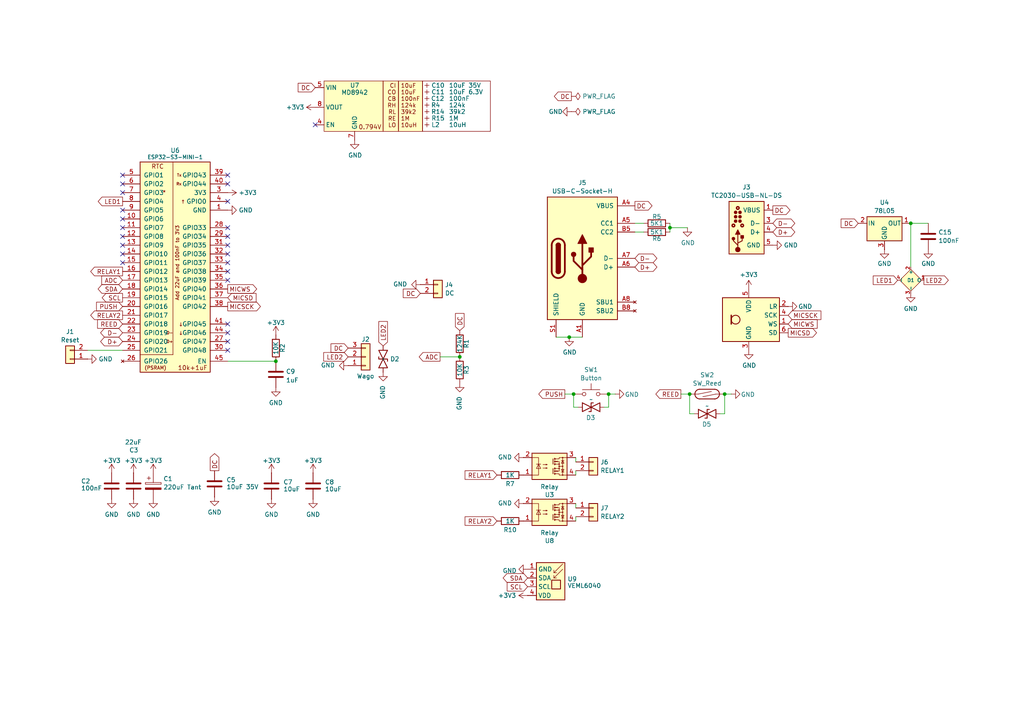
<source format=kicad_sch>
(kicad_sch (version 20231120) (generator "eeschema") (generator_version "8.0")
  (paper "A4")
  (title_block (title "OSC widget") (rev "1") (comment 1 "@TheRealRevK") (comment 2 "www.me.uk"))
  (lib_symbols
    (symbol "Connector_Generic:Conn_01x02" (pin_names (offset 1.016) hide)
      (property "Reference" "J" (at 0 2.54 0))
      (property "Value" "Conn_01x02" (at 0 -5.08 0))
      (symbol "Conn_01x02_1_1"
        (pin passive line (at -5.08 0 0) (length 3.81) (name "Pin_1") (number "1"))
        (pin passive line (at -5.08 -2.54 0) (length 3.81) (name "Pin_2") (number "2"))
      )
    )
    (symbol "Connector_Generic:Conn_01x03" (pin_names (offset 1.016) hide)
      (property "Reference" "J" (at 0 5.08 0))
      (property "Value" "Conn_01x03" (at 0 -5.08 0))
      (symbol "Conn_01x03_1_1"
        (pin passive line (at -5.08 2.54 0) (length 3.81) (name "Pin_1") (number "1"))
        (pin passive line (at -5.08 0 0) (length 3.81) (name "Pin_2") (number "2"))
        (pin passive line (at -5.08 -2.54 0) (length 3.81) (name "Pin_3") (number "3"))
      )
    )
    (symbol "Device:C" (pin_numbers hide) (pin_names (offset 0.254))
      (property "Reference" "C" (at 0.635 2.54 0))
      (property "Value" "C" (at 0.635 -2.54 0))
      (symbol "C_1_1"
        (pin passive line (at 0 3.81 270) (length 2.794) (name "~") (number "1"))
        (pin passive line (at 0 -3.81 90) (length 2.794) (name "~") (number "2"))
      )
    )
    (symbol "Device:C_Polarized" (pin_numbers hide) (pin_names (offset 0.254))
      (property "Reference" "C" (at 0.635 2.54 0))
      (property "Value" "C_Polarized" (at 0.635 -2.54 0))
      (symbol "C_Polarized_1_1"
        (pin passive line (at 0 3.81 270) (length 2.794) (name "~") (number "1"))
        (pin passive line (at 0 -3.81 90) (length 2.794) (name "~") (number "2"))
      )
    )
    (symbol "Device:R" (pin_numbers hide) (pin_names (offset 0))
      (property "Reference" "R" (at 2.032 0 90))
      (property "Value" "R" (at 0 0 90))
      (symbol "R_1_1"
        (pin passive line (at 0 3.81 270) (length 1.27) (name "~") (number "1"))
        (pin passive line (at 0 -3.81 90) (length 1.27) (name "~") (number "2"))
      )
    )
    (symbol "RevK:78L05" (pin_names (offset 0.254))
      (property "Reference" "U" (at -3.81 3.175 0))
      (property "Value" "78L05" (at 0 3.175 0))
      (symbol "78L05_1_1"
        (pin power_out line (at 7.62 0 180) (length 2.54) (name "OUT") (number "1"))
        (pin power_in line (at -7.62 0 0) (length 2.54) (name "IN") (number "2"))
        (pin power_in line (at 0 -7.62 90) (length 2.54) (name "GND") (number "3"))
      )
    )
    (symbol "RevK:ES05D1MC10" (pin_numbers hide)
      (property "Reference" "D" (at 0 2.54 0))
      (symbol "ES05D1MC10_1_1"
        (pin passive line (at 3.81 0 180) (length 1.27) (name "~") (number "1"))
        (pin passive line (at -3.81 0 0) (length 1.27) (name "~") (number "2"))
      )
    )
    (symbol "RevK:ESP32-S3-MINI-1-N4R2" (pin_names (offset 1.016))
      (property "Reference" "U" (at 9.525 28.575 0))
      (property "Value" "ESP32-S3-MINI-1-N4R2" (at 0 31.115 0))
      (symbol "ESP32-S3-MINI-1-N4R2_1_1"
        (text "(PSRAM)" (at -5.715 -29.21 0) (effects (font (size 1 1))))
        (text "*" (at -3.175 21.59 0) (effects (font (size 1.27 1.27))))
        (text "10k+1uF" (at 5.08 -29.21 0) (effects (font (size 1.27 1.27))))
        (text "Add 22uF and 100nF to 3V3" (at 0.635 1.27 900) (effects (font (size 1 1))))
        (text "D+" (at -2.54 -21.59 0) (effects (font (size 0.8 0.8)) (justify left)))
        (text "D-" (at -2.54 -19.05 0) (effects (font (size 0.8 0.8)) (justify left)))
        (text "RTC" (at -5.08 29.21 0) (effects (font (size 1.27 1.27))))
        (text "Rx" (at 1.905 24.13 0) (effects (font (size 0.8 0.8)) (justify right)))
        (text "Tx" (at 1.905 26.67 0) (effects (font (size 0.8 0.8)) (justify right)))
        (text "↑" (at 3.175 19.05 0) (effects (font (size 1.27 1.27)) (justify right)))
        (text "↓" (at 2.54 -19.05 0) (effects (font (size 1.27 1.27)) (justify right)))
        (text "↓" (at 2.54 -16.51 0) (effects (font (size 1.27 1.27)) (justify right)))
        (pin power_in line (at 15.24 16.51 180) (length 5.08) (name "GND") (number "1"))
        (pin passive line (at -15.24 13.97 0) (length 5.08) (name "GPIO6") (number "10"))
        (pin passive line (at -15.24 11.43 0) (length 5.08) (name "GPIO7") (number "11"))
        (pin passive line (at -15.24 8.89 0) (length 5.08) (name "GPIO8") (number "12"))
        (pin passive line (at -15.24 6.35 0) (length 5.08) (name "GPIO9") (number "13"))
        (pin passive line (at -15.24 3.81 0) (length 5.08) (name "GPIO10") (number "14"))
        (pin passive line (at -15.24 1.27 0) (length 5.08) (name "GPIO11") (number "15"))
        (pin passive line (at -15.24 -1.27 0) (length 5.08) (name "GPIO12") (number "16"))
        (pin passive line (at -15.24 -3.81 0) (length 5.08) (name "GPIO13") (number "17"))
        (pin passive line (at -15.24 -6.35 0) (length 5.08) (name "GPIO14") (number "18"))
        (pin passive line (at -15.24 -8.89 0) (length 5.08) (name "GPIO15") (number "19"))
        (pin power_in line (at 15.24 16.51 180) (length 5.08) hide (name "GND") (number "2"))
        (pin passive line (at -15.24 -11.43 0) (length 5.08) (name "GPIO16") (number "20"))
        (pin passive line (at -15.24 -13.97 0) (length 5.08) (name "GPIO17") (number "21"))
        (pin passive line (at -15.24 -16.51 0) (length 5.08) (name "GPIO18") (number "22"))
        (pin passive line (at -15.24 -19.05 0) (length 5.08) (name "GPIO19") (number "23"))
        (pin passive line (at -15.24 -21.59 0) (length 5.08) (name "GPIO20") (number "24"))
        (pin passive line (at -15.24 -24.13 0) (length 5.08) (name "GPIO21") (number "25"))
        (pin no_connect line (at -15.24 -27.305 0) (length 5.08) (name "GPIO26") (number "26"))
        (pin passive line (at 15.24 -21.59 180) (length 5.08) (name "GPIO47") (number "27"))
        (pin passive line (at 15.24 11.43 180) (length 5.08) (name "GPIO33") (number "28"))
        (pin passive line (at 15.24 8.89 180) (length 5.08) (name "GPIO34") (number "29"))
        (pin power_in line (at 15.24 21.59 180) (length 5.08) (name "3V3") (number "3"))
        (pin passive line (at 15.24 -24.13 180) (length 5.08) (name "GPIO48") (number "30"))
        (pin passive line (at 15.24 6.35 180) (length 5.08) (name "GPIO35") (number "31"))
        (pin passive line (at 15.24 3.81 180) (length 5.08) (name "GPIO36") (number "32"))
        (pin passive line (at 15.24 1.27 180) (length 5.08) (name "GPIO37") (number "33"))
        (pin passive line (at 15.24 -1.27 180) (length 5.08) (name "GPIO38") (number "34"))
        (pin passive line (at 15.24 -3.81 180) (length 5.08) (name "GPIO39") (number "35"))
        (pin passive line (at 15.24 -6.35 180) (length 5.08) (name "GPIO40") (number "36"))
        (pin passive line (at 15.24 -8.89 180) (length 5.08) (name "GPIO41") (number "37"))
        (pin passive line (at 15.24 -11.43 180) (length 5.08) (name "GPIO42") (number "38"))
        (pin passive line (at 15.24 26.67 180) (length 5.08) (name "GPIO43") (number "39"))
        (pin passive line (at 15.24 19.05 180) (length 5.08) (name "GPIO0") (number "4"))
        (pin passive line (at 15.24 24.13 180) (length 5.08) (name "GPIO44") (number "40"))
        (pin passive line (at 15.24 -16.51 180) (length 5.08) (name "GPIO45") (number "41"))
        (pin power_in line (at 15.24 16.51 180) (length 5.08) hide (name "GND") (number "42"))
        (pin power_in line (at 15.24 16.51 180) (length 5.08) hide (name "GND") (number "43"))
        (pin passive line (at 15.24 -19.05 180) (length 5.08) (name "GPIO46") (number "44"))
        (pin input line (at 15.24 -27.305 180) (length 5.08) (name "EN") (number "45"))
        (pin power_in line (at 15.24 16.51 180) (length 5.08) hide (name "GND") (number "46"))
        (pin power_in line (at 15.24 16.51 180) (length 5.08) hide (name "GND") (number "47"))
        (pin power_in line (at 15.24 16.51 180) (length 5.08) hide (name "GND") (number "48"))
        (pin power_in line (at 15.24 16.51 180) (length 5.08) hide (name "GND") (number "49"))
        (pin passive line (at -15.24 26.67 0) (length 5.08) (name "GPIO1") (number "5"))
        (pin power_in line (at 15.24 16.51 180) (length 5.08) hide (name "GND") (number "50"))
        (pin power_in line (at 15.24 16.51 180) (length 5.08) hide (name "GND") (number "51"))
        (pin power_in line (at 15.24 16.51 180) (length 5.08) hide (name "GND") (number "52"))
        (pin power_in line (at 15.24 16.51 180) (length 5.08) hide (name "GND") (number "53"))
        (pin power_in line (at 15.24 16.51 180) (length 5.08) hide (name "GND") (number "54"))
        (pin power_in line (at 15.24 16.51 180) (length 5.08) hide (name "GND") (number "55"))
        (pin power_in line (at 15.24 16.51 180) (length 5.08) hide (name "GND") (number "56"))
        (pin power_in line (at 15.24 16.51 180) (length 5.08) hide (name "GND") (number "57"))
        (pin power_in line (at 15.24 16.51 180) (length 5.08) hide (name "GND") (number "58"))
        (pin power_in line (at 15.24 16.51 180) (length 5.08) hide (name "GND") (number "59"))
        (pin passive line (at -15.24 24.13 0) (length 5.08) (name "GPIO2") (number "6"))
        (pin power_in line (at 15.24 16.51 180) (length 5.08) hide (name "GND") (number "60"))
        (pin power_in line (at 15.24 16.51 180) (length 5.08) hide (name "GND") (number "61"))
        (pin power_in line (at 15.24 16.51 180) (length 5.08) hide (name "GND") (number "62"))
        (pin power_in line (at 15.24 16.51 180) (length 5.08) hide (name "GND") (number "63"))
        (pin power_in line (at 15.24 16.51 180) (length 5.08) hide (name "GND") (number "64"))
        (pin power_in line (at 15.24 16.51 180) (length 5.08) hide (name "GND") (number "65"))
        (pin passive line (at -15.24 21.59 0) (length 5.08) (name "GPIO3") (number "7"))
        (pin passive line (at -15.24 19.05 0) (length 5.08) (name "GPIO4") (number "8"))
        (pin passive line (at -15.24 16.51 0) (length 5.08) (name "GPIO5") (number "9"))
      )
    )
    (symbol "RevK:G3VM-41GR8"
      (property "Reference" "U" (at -3.81 5.08 0))
      (property "Value" "G3VM-41GR8" (at -1.27 -5.08 0))
      (symbol "G3VM-41GR8_1_1"
        (pin passive line (at -7.62 2.54 0) (length 2.54) (name "~") (number "1"))
        (pin passive line (at -7.62 -2.54 0) (length 2.54) (name "~") (number "2"))
        (pin passive line (at 7.62 -2.54 180) (length 2.54) (name "~") (number "3"))
        (pin passive line (at 7.62 2.54 180) (length 2.54) (name "~") (number "4"))
      )
    )
    (symbol "RevK:Hidden" (pin_names (offset 1.016)) (in_bom no)
      (property "Reference" "Z" (at 0.635 0 0))
      (property "Value" "Hidden" (at 4.445 0 0))
    )
    (symbol "RevK:ICS43434_MEMS_Mic"
      (symbol "ICS43434_MEMS_Mic_1_1"
        (pin input line (at 11.43 -1.27 180) (length 2.54) (name "WS") (number "1"))
        (pin input line (at 11.43 3.81 180) (length 2.54) (name "LR") (number "2"))
        (pin power_in line (at 0 -8.89 90) (length 2.54) (name "GND") (number "3"))
        (pin input line (at 11.43 1.27 180) (length 2.54) (name "SCK") (number "4"))
        (pin power_in line (at 0 8.89 270) (length 2.54) (name "VDD") (number "5"))
        (pin output line (at 11.43 -3.81 180) (length 2.54) (name "SD") (number "6"))
      )
    )
    (symbol "RevK:MD89420-RegBlock"
      (property "Reference" "U" (at -0.635 4.445 0))
      (property "Value" "MD8942" (at 0 6.35 0))
      (symbol "MD89420-RegBlock_1_1"
        (text "0.794V" (at 4.445 -5.715 0) (effects (font (size 1.27 1.27))))
        (text "10uF\n10uF\n100nF\n124k\n39k2\n1M\n10uH" (at 13.335 6.985 0) (effects (font (size 1.185 1.185)) (justify left top)))
        (text "CI\nCO\nCB\nRH\nRL\nRE\nLO" (at 12.065 6.985 0) (effects (font (size 1.185 1.185)) (justify right top)))
        (pin no_connect line (at 5.715 0 0) (length 2.54) hide (name "") (number "1"))
        (pin power_in line (at 0 -9.525 90) (length 2.54) hide (name "GND") (number "2"))
        (pin no_connect line (at 5.715 1.905 0) (length 2.54) hide (name "") (number "3"))
        (pin input line (at -11.43 -5.08 0) (length 2.54) (name "EN") (number "4"))
        (pin power_in line (at -11.43 5.715 0) (length 2.54) (name "VIN") (number "5"))
        (pin no_connect line (at 5.715 -1.905 0) (length 2.54) hide (name "") (number "6"))
        (pin power_in line (at 0 -9.525 90) (length 2.54) (name "GND") (number "7"))
        (pin power_out line (at -11.43 0 0) (length 2.54) (name "VOUT") (number "8"))
      )
    )
    (symbol "RevK:TC2030-USB-NL" (pin_names (offset 1.016)) (in_bom no)
      (property "Reference" "J" (at 0 10.922 0))
      (property "Value" "TC2030-USB-NL" (at 0 8.89 0))
      (symbol "TC2030-USB-NL_1_1"
        (pin passive line (at 7.62 5.08 180) (length 2.54) (name "VBUS") (number "1"))
        (pin passive line (at 7.62 5.08 180) (length 2.54) hide (name "VBUS") (number "2"))
        (pin bidirectional line (at 7.62 1.27 180) (length 2.54) (name "D-") (number "3"))
        (pin bidirectional line (at 7.62 -1.27 180) (length 2.54) (name "D+") (number "4"))
        (pin passive line (at 7.62 -5.08 180) (length 2.54) (name "GND") (number "5"))
        (pin passive line (at 7.62 -5.08 180) (length 2.54) hide (name "GND") (number "6"))
      )
    )
    (symbol "RevK:USB-C-Socket-H" (pin_names (offset 1.016))
      (property "Reference" "J" (at -10.16 19.05 0))
      (property "Value" "USB-C-Socket-V" (at 0.635 12.7 0))
      (symbol "USB-C-Socket-H_1_1"
        (pin passive line (at 0 -22.86 90) (length 5.08) (name "GND") (number "A1"))
        (pin passive line (at 0 -22.86 90) (length 5.08) hide (name "GND") (number "A12"))
        (pin passive line (at 15.24 15.24 180) (length 5.08) (name "VBUS") (number "A4"))
        (pin bidirectional line (at 15.24 10.16 180) (length 5.08) (name "CC1") (number "A5"))
        (pin bidirectional line (at 15.24 -2.54 180) (length 5.08) (name "D+") (number "A6"))
        (pin bidirectional line (at 15.24 0 180) (length 5.08) (name "D-") (number "A7"))
        (pin no_connect line (at 15.24 -12.7 180) (length 5.08) (name "SBU1") (number "A8"))
        (pin passive line (at 15.24 15.24 180) (length 5.08) hide (name "VBUS") (number "A9"))
        (pin passive line (at 0 -22.86 90) (length 5.08) hide (name "GND") (number "B1"))
        (pin passive line (at 0 -22.86 90) (length 5.08) hide (name "GND") (number "B12"))
        (pin passive line (at 15.24 15.24 180) (length 5.08) hide (name "VBUS") (number "B4"))
        (pin bidirectional line (at 15.24 7.62 180) (length 5.08) (name "CC2") (number "B5"))
        (pin bidirectional line (at 15.24 -2.54 180) (length 5.08) hide (name "D+") (number "B6"))
        (pin bidirectional line (at 15.24 0 180) (length 5.08) hide (name "D-") (number "B7"))
        (pin no_connect line (at 15.24 -15.24 180) (length 5.08) (name "SBU2") (number "B8"))
        (pin passive line (at 15.24 15.24 180) (length 5.08) hide (name "VBUS") (number "B9"))
        (pin passive line (at -7.62 -22.86 90) (length 5.08) (name "SHIELD") (number "S1"))
      )
    )
    (symbol "RevK:VEML6040"
      (property "Reference" "U" (at 0 6.35 0))
      (property "Value" "VEML6040" (at 0 -6.985 0))
      (symbol "VEML6040_1_1"
        (pin power_in line (at -6.985 3.175 0) (length 2.54) (name "GND") (number "1"))
        (pin bidirectional line (at -6.985 0.635 0) (length 2.54) (name "SDA") (number "2"))
        (pin input line (at -6.985 -1.905 0) (length 2.54) (name "SCL") (number "3"))
        (pin power_in line (at -6.985 -4.445 0) (length 2.54) (name "VDD") (number "4"))
      )
    )
    (symbol "RevK:WS2812B-1mm" (pin_names (offset 0.254))
      (property "Reference" "D" (at 0 0 0))
      (symbol "WS2812B-1mm_1_1"
        (pin output line (at 3.81 0 180) (length 0.5) (name "O") (number "1"))
        (pin power_in line (at 0 -3.81 90) (length 0.5) (name "+") (number "2"))
        (pin power_in line (at 0 3.81 270) (length 0.5) (name "-") (number "3"))
        (pin input line (at -3.81 0 0) (length 0.5) (name "I") (number "4"))
      )
    )
    (symbol "Switch:SW_Push" (pin_numbers hide) (pin_names (offset 1.016) hide)
      (property "Reference" "SW" (at 1.27 2.54 0))
      (property "Value" "SW_Push" (at 0 -1.524 0))
      (symbol "SW_Push_0_1"
        (pin passive line (at -5.08 0 0) (length 2.54) (name "1") (number "1"))
        (pin passive line (at 5.08 0 180) (length 2.54) (name "2") (number "2"))
      )
    )
    (symbol "Switch:SW_Reed" (pin_numbers hide) (pin_names (offset 0) hide)
      (property "Reference" "SW" (at 0 2.54 0))
      (property "Value" "SW_Reed" (at 0 -2.54 0))
      (symbol "SW_Reed_1_1"
        (pin passive line (at -5.08 0 0) (length 2.54) (name "1") (number "1"))
        (pin passive line (at 5.08 0 180) (length 2.54) (name "2") (number "2"))
      )
    )
    (symbol "power:+3.3V" (power) (pin_numbers hide) (pin_names (offset 0) hide)
      (property "Value" "+3.3V" (at 0 3.556 0))
      (symbol "+3.3V_1_1"
        (pin power_in line (at 0 0 90) (length 0) (name "~") (number "1"))
      )
    )
    (symbol "power:GND" (power) (pin_numbers hide) (pin_names (offset 0) hide)
      (property "Value" "GND" (at 0 -3.81 0))
      (symbol "GND_1_1"
        (pin power_in line (at 0 0 270) (length 0) (name "~") (number "1"))
      )
    )
    (symbol "power:PWR_FLAG" (power) (pin_numbers hide) (pin_names (offset 0) hide)
      (property "Value" "PWR_FLAG" (at 0 3.81 0))
      (symbol "PWR_FLAG_0_0"
        (pin power_out line (at 0 0 90) (length 0) (name "~") (number "1"))
      )
    )
  )
  (junction (at 176.53 114.3))
  (junction (at 200.025 114.3))
  (junction (at 210.185 114.3))
  (junction (at 264.16 64.77))
  (junction (at 166.37 114.3))
  (junction (at 165.1 97.79))
  (junction (at 133.35 103.505))
  (junction (at 194.31 66.04))
  (junction (at 80.01 104.775))
  (no_connect (at 66.04 101.6))
  (no_connect (at 35.56 53.34))
  (no_connect (at 66.04 71.12))
  (no_connect (at 66.04 58.42))
  (no_connect (at 66.04 50.8))
  (no_connect (at 35.56 68.58))
  (no_connect (at 66.04 66.04))
  (no_connect (at 35.56 55.88))
  (no_connect (at 66.04 96.52))
  (no_connect (at 35.56 60.96))
  (no_connect (at 35.56 73.66))
  (no_connect (at 35.56 66.04))
  (no_connect (at 66.04 73.66))
  (no_connect (at 35.56 71.12))
  (no_connect (at 35.56 76.2))
  (no_connect (at 91.44 36.195))
  (no_connect (at 66.04 81.28))
  (no_connect (at 35.56 63.5))
  (no_connect (at 66.04 76.2))
  (no_connect (at 66.04 53.34))
  (no_connect (at 66.04 93.98))
  (no_connect (at 66.04 78.74))
  (no_connect (at 35.56 50.8))
  (no_connect (at 66.04 99.06))
  (no_connect (at 66.04 68.58))
  (wire (pts (xy 176.53 114.3) (xy 176.53 118.11)))
  (wire (pts (xy 210.185 114.3) (xy 212.09 114.3)))
  (wire (pts (xy 200.025 114.3) (xy 200.025 120.015)))
  (wire (pts (xy 194.31 66.04) (xy 194.31 67.31)))
  (wire (pts (xy 200.025 120.015) (xy 201.295 120.015)))
  (wire (pts (xy 264.16 64.77) (xy 269.24 64.77)))
  (wire (pts (xy 197.485 114.3) (xy 200.025 114.3)))
  (wire (pts (xy 210.185 114.3) (xy 210.185 120.015)))
  (wire (pts (xy 161.29 97.79) (xy 165.1 97.79)))
  (wire (pts (xy 163.83 114.3) (xy 166.37 114.3)))
  (wire (pts (xy 264.16 77.47) (xy 264.16 64.77)))
  (wire (pts (xy 199.39 66.04) (xy 194.31 66.04)))
  (wire (pts (xy 178.435 114.3) (xy 176.53 114.3)))
  (wire (pts (xy 176.53 118.11) (xy 175.26 118.11)))
  (wire (pts (xy 25.4 101.6) (xy 35.56 101.6)))
  (wire (pts (xy 194.31 64.77) (xy 194.31 66.04)))
  (wire (pts (xy 127.635 103.505) (xy 133.35 103.505)))
  (wire (pts (xy 166.37 118.11) (xy 167.64 118.11)))
  (wire (pts (xy 167.005 149.86) (xy 167.005 151.13)))
  (wire (pts (xy 167.005 146.05) (xy 167.005 147.32)))
  (wire (pts (xy 184.15 64.77) (xy 186.69 64.77)))
  (wire (pts (xy 168.91 97.79) (xy 165.1 97.79)))
  (wire (pts (xy 184.15 67.31) (xy 186.69 67.31)))
  (wire (pts (xy 167.005 136.525) (xy 167.005 137.795)))
  (wire (pts (xy 166.37 114.3) (xy 166.37 118.11)))
  (wire (pts (xy 66.04 104.775) (xy 80.01 104.775)))
  (wire (pts (xy 167.005 132.715) (xy 167.005 133.985)))
  (wire (pts (xy 210.185 120.015) (xy 208.915 120.015)))
  (global_label "REED" (shape output) (at 197.485 114.3 180) (property "Intersheetrefs" "${INTERSHEET_REFS}" (effects (hide yes))))
  (global_label "RELAY2" (shape input) (at 144.145 151.13 180) (property "Intersheetrefs" "${INTERSHEET_REFS}" (effects (hide yes))))
  (global_label "D+" (shape bidirectional) (at 224.155 67.31 0) (property "Intersheetrefs" "${INTERSHEET_REFS}" (effects (hide yes))))
  (global_label "RELAY1" (shape output) (at 35.56 78.74 180) (property "Intersheetrefs" "${INTERSHEET_REFS}" (effects (hide yes))))
  (global_label "LED2" (shape input) (at 100.965 103.505 180) (property "Intersheetrefs" "${INTERSHEET_REFS}" (effects (hide yes))))
  (global_label "D+" (shape bidirectional) (at 35.56 99.06 180) (property "Intersheetrefs" "${INTERSHEET_REFS}" (effects (hide yes))))
  (global_label "DC" (shape input) (at 248.92 64.77 180) (property "Intersheetrefs" "${INTERSHEET_REFS}" (effects (hide yes))))
  (global_label "RELAY1" (shape input) (at 144.145 137.795 180) (property "Intersheetrefs" "${INTERSHEET_REFS}" (effects (hide yes))))
  (global_label "PUSH" (shape input) (at 35.56 88.9 180) (property "Intersheetrefs" "${INTERSHEET_REFS}" (effects (hide yes))))
  (global_label "MICSD" (shape output) (at 228.6 96.52 0) (property "Intersheetrefs" "${INTERSHEET_REFS}" (effects (hide yes))))
  (global_label "DC" (shape input) (at 133.35 95.885 90) (property "Intersheetrefs" "${INTERSHEET_REFS}" (effects (hide yes))))
  (global_label "DC" (shape input) (at 121.92 85.09 180) (property "Intersheetrefs" "${INTERSHEET_REFS}" (effects (hide yes))))
  (global_label "MICSCK" (shape output) (at 66.04 88.9 0) (property "Intersheetrefs" "${INTERSHEET_REFS}" (effects (hide yes))))
  (global_label "ADC" (shape output) (at 127.635 103.505 180) (property "Intersheetrefs" "${INTERSHEET_REFS}" (effects (hide yes))))
  (global_label "RELAY2" (shape output) (at 35.56 91.44 180) (property "Intersheetrefs" "${INTERSHEET_REFS}" (effects (hide yes))))
  (global_label "LED2" (shape output) (at 267.97 81.28 0) (property "Intersheetrefs" "${INTERSHEET_REFS}" (effects (hide yes))))
  (global_label "DC" (shape input) (at 100.965 100.965 180) (property "Intersheetrefs" "${INTERSHEET_REFS}" (effects (hide yes))))
  (global_label "DC" (shape output) (at 224.155 60.96 0) (property "Intersheetrefs" "${INTERSHEET_REFS}" (effects (hide yes))))
  (global_label "DC" (shape output) (at 184.15 59.69 0) (property "Intersheetrefs" "${INTERSHEET_REFS}" (effects (hide yes))))
  (global_label "SDA" (shape bidirectional) (at 153.035 167.64 180) (property "Intersheetrefs" "${INTERSHEET_REFS}" (effects (hide yes))))
  (global_label "D-" (shape bidirectional) (at 224.155 64.77 0) (property "Intersheetrefs" "${INTERSHEET_REFS}" (effects (hide yes))))
  (global_label "DC" (shape input) (at 91.44 25.4 180) (property "Intersheetrefs" "${INTERSHEET_REFS}" (effects (hide yes))))
  (global_label "ADC" (shape input) (at 35.56 81.28 180) (property "Intersheetrefs" "${INTERSHEET_REFS}" (effects (hide yes))))
  (global_label "SDA" (shape bidirectional) (at 35.56 83.82 180) (property "Intersheetrefs" "${INTERSHEET_REFS}" (effects (hide yes))))
  (global_label "SCL" (shape input) (at 153.035 170.18 180) (property "Intersheetrefs" "${INTERSHEET_REFS}" (effects (hide yes))))
  (global_label "D-" (shape bidirectional) (at 184.15 74.93 0) (property "Intersheetrefs" "${INTERSHEET_REFS}" (effects (hide yes))))
  (global_label "DC" (shape output) (at 165.735 27.94 180) (property "Intersheetrefs" "${INTERSHEET_REFS}" (effects (hide yes))))
  (global_label "LED1" (shape input) (at 260.35 81.28 180) (property "Intersheetrefs" "${INTERSHEET_REFS}" (effects (hide yes))))
  (global_label "SCL" (shape output) (at 35.56 86.36 180) (property "Intersheetrefs" "${INTERSHEET_REFS}" (effects (hide yes))))
  (global_label "D+" (shape bidirectional) (at 184.15 77.47 0) (property "Intersheetrefs" "${INTERSHEET_REFS}" (effects (hide yes))))
  (global_label "MICSD" (shape input) (at 66.04 86.36 0) (property "Intersheetrefs" "${INTERSHEET_REFS}" (effects (hide yes))))
  (global_label "MICWS" (shape output) (at 66.04 83.82 0) (property "Intersheetrefs" "${INTERSHEET_REFS}" (effects (hide yes))))
  (global_label "MICWS" (shape input) (at 228.6 93.98 0) (property "Intersheetrefs" "${INTERSHEET_REFS}" (effects (hide yes))))
  (global_label "LED2" (shape input) (at 111.125 100.33 90) (property "Intersheetrefs" "${INTERSHEET_REFS}" (effects (hide yes))))
  (global_label "LED1" (shape output) (at 35.56 58.42 180) (property "Intersheetrefs" "${INTERSHEET_REFS}" (effects (hide yes))))
  (global_label "D-" (shape bidirectional) (at 35.56 96.52 180) (property "Intersheetrefs" "${INTERSHEET_REFS}" (effects (hide yes))))
  (global_label "MICSCK" (shape input) (at 228.6 91.44 0) (property "Intersheetrefs" "${INTERSHEET_REFS}" (effects (hide yes))))
  (global_label "DC" (shape output) (at 62.23 136.525 90) (property "Intersheetrefs" "${INTERSHEET_REFS}" (effects (hide yes))))
  (global_label "PUSH" (shape output) (at 163.83 114.3 180) (property "Intersheetrefs" "${INTERSHEET_REFS}" (effects (hide yes))))
  (global_label "REED" (shape input) (at 35.56 93.98 180) (property "Intersheetrefs" "${INTERSHEET_REFS}" (effects (hide yes))))
  (symbol (lib_id "Device:R") (at 190.5 64.77 90) (unit 1)
    (property "Reference" "R5" (at 190.5 62.865 90))
    (property "Value" "5K1" (at 190.5 64.77 90))
    (property "Footprint" "RevK:R_0402" (effects (hide yes)))
    (property "Description" "Resistor" (effects (hide yes)))
  )
  (symbol (lib_id "power:GND") (at 199.39 66.04 0) (unit 1)
    (property "Reference" "#PWR011" (effects (hide yes)))
    (property "Value" "GND" (at 199.517 70.4342 0))
    (property "Description" "Power symbol creates a global label with name \"GND\" , ground" (effects (hide yes)))
  )
  (symbol (lib_id "power:GND") (at 165.1 97.79 0) (unit 1)
    (property "Reference" "#PWR012" (effects (hide yes)))
    (property "Value" "GND" (at 165.227 102.1842 0))
    (property "Description" "Power symbol creates a global label with name \"GND\" , ground" (effects (hide yes)))
  )
  (symbol (lib_id "Device:R") (at 190.5 67.31 270) (unit 1)
    (property "Reference" "R6" (at 190.5 69.215 90))
    (property "Value" "5K1" (at 190.5 67.31 90))
    (property "Footprint" "RevK:R_0402" (effects (hide yes)))
    (property "Description" "Resistor" (effects (hide yes)))
  )
  (symbol (lib_id "power:PWR_FLAG") (at 165.735 27.94 270) (unit 1)
    (property "Reference" "#FLG01" (effects (hide yes)))
    (property "Value" "PWR_FLAG" (at 168.91 27.94 90) (effects (justify left)))
    (property "Description" "Special symbol for telling ERC where power comes from" (effects (hide yes)))
  )
  (symbol (lib_id "power:PWR_FLAG") (at 165.735 32.385 270) (unit 1)
    (property "Reference" "#FLG02" (effects (hide yes)))
    (property "Value" "PWR_FLAG" (at 168.91 32.385 90) (effects (justify left)))
    (property "Description" "Special symbol for telling ERC where power comes from" (effects (hide yes)))
  )
  (symbol (lib_id "RevK:Hidden") (at 123.825 24.765 0) (unit 1)
    (property "Reference" "C10" (at 125.095 24.765 0) (effects (justify left)))
    (property "Value" "10uF 35V" (at 130.175 24.765 0) (effects (justify left)))
    (property "Footprint" "RevK:C_0603_" (effects (hide yes)))
    (property "LCSC Part #" "C194427" (effects (hide yes)))
  )
  (symbol (lib_id "RevK:Hidden") (at 123.825 28.575 90) (unit 1)
    (property "Reference" "C12" (at 128.905 28.575 90) (effects (justify left)))
    (property "Value" "100nF" (at 130.175 28.575 90) (effects (justify right)))
    (property "Footprint" "RevK:C_0603_" (effects (hide yes)))
  )
  (symbol (lib_id "RevK:Hidden") (at 123.825 34.29 0) (unit 1)
    (property "Reference" "R15" (at 125.095 34.29 0) (effects (justify left)))
    (property "Value" "1M" (at 130.175 34.29 0) (effects (justify left)))
    (property "Footprint" "RevK:R_0402_" (effects (hide yes)))
  )
  (symbol (lib_id "power:GND") (at 80.01 112.395 0) (unit 1)
    (property "Reference" "#PWR022" (effects (hide yes)))
    (property "Value" "GND" (at 80.01 116.8384 0))
    (property "Description" "Power symbol creates a global label with name \"GND\" , ground" (effects (hide yes)))
  )
  (symbol (lib_id "RevK:Hidden") (at 123.825 30.48 0) (unit 1)
    (property "Reference" "R4" (at 126.365 30.48 0))
    (property "Value" "124k" (at 130.175 30.48 0) (effects (justify left)))
    (property "Footprint" "RevK:R_0402_" (effects (hide yes)))
  )
  (symbol (lib_id "Device:C") (at 78.74 140.97 0) (unit 1)
    (property "Reference" "C7" (at 82.169 139.827 0) (effects (justify left)))
    (property "Value" "10uF" (at 82.169 141.859 0) (effects (justify left)))
    (property "Footprint" "RevK:C_0402" (effects (hide yes)))
    (property "LCSC Part #" "C15525" (effects (hide yes)))
  )
  (symbol (lib_id "Connector_Generic:Conn_01x03") (at 106.045 103.505 0) (mirror x) (unit 1)
    (property "Reference" "J2" (at 106.045 98.425 0))
    (property "Value" "Wago" (at 106.045 109.093 0))
    (property "Footprint" "RevK:WAGO-2060-453-998-404" (effects (hide yes)))
    (property "Description" "Generic connector, single row, 01x03, script generated (kicad-library-utils/schlib/autogen/connector/)" (effects (hide yes)))
    (property "LCSC Part #" "C2765056" (effects (hide yes)))
  )
  (symbol (lib_id "RevK:ES05D1MC10") (at 111.125 104.14 270) (unit 1)
    (property "Reference" "D2" (at 113.157 104.14 90) (effects (justify left)))
    (property "Value" "~" (at 111.125 104.14 0))
    (property "Footprint" "RevK:DFN1006-2L" (effects (hide yes)))
    (property "LCSC Part #" "C5137770" (effects (hide yes)))
  )
  (symbol (lib_id "power:GND") (at 111.125 107.95 0) (unit 1)
    (property "Reference" "#PWR028" (effects (hide yes)))
    (property "Value" "GND" (at 110.998 111.76 90) (effects (justify right)))
    (property "Description" "Power symbol creates a global label with name \"GND\" , ground" (effects (hide yes)))
  )
  (symbol (lib_id "power:GND") (at 228.6 88.9 90) (unit 1)
    (property "Reference" "#PWR07" (effects (hide yes)))
    (property "Value" "GND" (at 233.553 88.9 90))
    (property "Description" "Power symbol creates a global label with name \"GND\" , ground" (effects (hide yes)))
  )
  (symbol (lib_id "power:+3.3V") (at 32.385 137.16 0) (unit 1)
    (property "Reference" "#PWR023" (effects (hide yes)))
    (property "Value" "+3V3" (at 32.385 133.5842 0))
    (property "Description" "Power symbol creates a global label with name \"+3.3V\"" (effects (hide yes)))
  )
  (symbol (lib_id "power:GND") (at 133.35 111.125 0) (unit 1)
    (property "Reference" "#PWR01" (effects (hide yes)))
    (property "Value" "GND" (at 133.223 114.935 90) (effects (justify right)))
    (property "Description" "Power symbol creates a global label with name \"GND\" , ground" (effects (hide yes)))
  )
  (symbol (lib_id "power:+3.3V") (at 44.45 137.16 0) (unit 1)
    (property "Reference" "#PWR010" (effects (hide yes)))
    (property "Value" "+3V3" (at 44.45 133.5842 0))
    (property "Description" "Power symbol creates a global label with name \"+3.3V\"" (effects (hide yes)))
  )
  (symbol (lib_id "Device:C") (at 38.735 140.97 0) (unit 1)
    (property "Reference" "C3" (at 37.465 130.556 0) (effects (justify left)))
    (property "Value" "22uF" (at 36.195 128.27 0) (effects (justify left)))
    (property "Footprint" "RevK:C_0603" (effects (hide yes)))
  )
  (symbol (lib_id "RevK:ESP32-S3-MINI-1-N4R2") (at 50.8 77.47 0) (unit 1)
    (property "Reference" "U6" (at 50.8 43.6332 0))
    (property "Value" "ESP32-S3-MINI-1" (at 50.8 45.5696 0) (effects (font (size 1.1 1.1))))
    (property "Footprint" "RevK:ESP32-S3-MINI-1" (effects (hide yes)))
    (property "Datasheet" "https://www.espressif.com/sites/default/files/documentation/esp32-s3-mini-1_mini-1u_datasheet_en.pdf" (effects (hide yes)))
    (property "LCSC Part #" "C3013941" (effects (hide yes)))
  )
  (symbol (lib_id "power:+3.3V") (at 66.04 55.88 270) (unit 1)
    (property "Reference" "#PWR019" (effects (hide yes)))
    (property "Value" "+3V3" (at 69.215 55.88 90) (effects (justify left)))
    (property "Description" "Power symbol creates a global label with name \"+3.3V\"" (effects (hide yes)))
  )
  (symbol (lib_id "power:GND") (at 102.87 40.64 0) (unit 1)
    (property "Reference" "#PWR025" (effects (hide yes)))
    (property "Value" "GND" (at 102.997 45.0342 0))
    (property "Description" "Power symbol creates a global label with name \"GND\" , ground" (effects (hide yes)))
  )
  (symbol (lib_id "power:+3.3V") (at 80.01 97.155 0) (unit 1)
    (property "Reference" "#PWR021" (effects (hide yes)))
    (property "Value" "+3V3" (at 80.01 93.5792 0))
    (property "Description" "Power symbol creates a global label with name \"+3.3V\"" (effects (hide yes)))
  )
  (symbol (lib_id "Connector_Generic:Conn_01x02") (at 127 82.55 0) (unit 1)
    (property "Reference" "J4" (at 129.032 82.6078 0) (effects (justify left)))
    (property "Value" "DC" (at 129.032 85.0321 0) (effects (justify left)))
    (property "Footprint" "RevK:WAGO-2060-452-998-404" (effects (hide yes)))
    (property "Description" "Generic connector, single row, 01x02, script generated (kicad-library-utils/schlib/autogen/connector/)" (effects (hide yes)))
    (property "LCSC Part #" "C2765055" (effects (hide yes)))
  )
  (symbol (lib_id "Connector_Generic:Conn_01x02") (at 20.32 104.14 180) (unit 1) (in_bom no)
    (property "Reference" "J1" (at 20.32 96.1855 0))
    (property "Value" "Reset" (at 20.32 98.6098 0))
    (property "Footprint" "RevK:AA-Pad" (effects (hide yes)))
    (property "Description" "Generic connector, single row, 01x02, script generated (kicad-library-utils/schlib/autogen/connector/)" (effects (hide yes)))
  )
  (symbol (lib_id "Device:R") (at 133.35 107.315 0) (unit 1)
    (property "Reference" "R3" (at 135.255 107.315 90))
    (property "Value" "10K" (at 133.35 107.315 90))
    (property "Footprint" "RevK:R_0402" (effects (hide yes)))
    (property "Description" "Resistor" (effects (hide yes)))
  )
  (symbol (lib_id "power:GND") (at 212.09 114.3 90) (unit 1)
    (property "Reference" "#PWR045" (effects (hide yes)))
    (property "Value" "GND" (at 216.916 114.427 90))
    (property "Description" "Power symbol creates a global label with name \"GND\" , ground" (effects (hide yes)))
  )
  (symbol (lib_id "power:+3.3V") (at 78.74 137.16 0) (unit 1)
    (property "Reference" "#PWR06" (effects (hide yes)))
    (property "Value" "+3V3" (at 78.74 133.5842 0))
    (property "Description" "Power symbol creates a global label with name \"+3.3V\"" (effects (hide yes)))
  )
  (symbol (lib_id "Device:C") (at 62.23 140.335 0) (unit 1)
    (property "Reference" "C5" (at 65.659 139.192 0) (effects (justify left)))
    (property "Value" "10uF 35V" (at 65.659 141.224 0) (effects (justify left)))
    (property "Footprint" "RevK:C_0603" (effects (hide yes)))
    (property "LCSC Part #" "C194427" (effects (hide yes)))
  )
  (symbol (lib_id "power:GND") (at 90.805 144.78 0) (unit 1)
    (property "Reference" "#PWR037" (effects (hide yes)))
    (property "Value" "GND" (at 90.805 149.2234 0))
    (property "Description" "Power symbol creates a global label with name \"GND\" , ground" (effects (hide yes)))
  )
  (symbol (lib_id "power:+3.3V") (at 153.035 172.72 90) (unit 1)
    (property "Reference" "#PWR09" (effects (hide yes)))
    (property "Value" "+3V3" (at 147.066 172.72 90))
    (property "Description" "Power symbol creates a global label with name \"+3.3V\"" (effects (hide yes)))
  )
  (symbol (lib_id "power:GND") (at 78.74 144.78 0) (unit 1)
    (property "Reference" "#PWR05" (effects (hide yes)))
    (property "Value" "GND" (at 78.74 149.2234 0))
    (property "Description" "Power symbol creates a global label with name \"GND\" , ground" (effects (hide yes)))
  )
  (symbol (lib_id "power:+3.3V") (at 38.735 137.16 0) (unit 1)
    (property "Reference" "#PWR017" (effects (hide yes)))
    (property "Value" "+3V3" (at 38.735 133.5842 0))
    (property "Description" "Power symbol creates a global label with name \"+3.3V\"" (effects (hide yes)))
  )
  (symbol (lib_id "Device:R") (at 147.955 137.795 270) (mirror x) (unit 1)
    (property "Reference" "R7" (at 147.955 140.335 90))
    (property "Value" "1K" (at 147.955 137.795 90))
    (property "Footprint" "RevK:R_0402" (effects (hide yes)))
  )
  (symbol (lib_id "RevK:TC2030-USB-NL") (at 216.535 66.04 0) (unit 1) (in_bom no)
    (property "Reference" "J3" (at 216.535 54.2755 0))
    (property "Value" "TC2030-USB-NL-DS" (at 216.535 56.6998 0))
    (property "Footprint" "RevK:Tag-Connect_TC2030-IDC-NL_2x03_P1.27mm_Vertical" (effects (hide yes)))
    (property "Datasheet" " ~" (effects (hide yes)))
    (property "Description" "TC2030-USB-NL" (effects (hide yes)))
  )
  (symbol (lib_id "Switch:SW_Reed") (at 205.105 114.3 0) (unit 1)
    (property "Reference" "SW2" (at 205.105 108.7585 0))
    (property "Value" "SW_Reed" (at 205.105 111.1828 0))
    (property "Footprint" "RevK:Reed-59170" (effects (hide yes)))
    (property "Description" "reed switch" (effects (hide yes)))
    (property "LCSC Part #" "C315909" (effects (hide yes)))
  )
  (symbol (lib_id "power:GND") (at 100.965 106.045 270) (unit 1)
    (property "Reference" "#PWR0109" (effects (hide yes)))
    (property "Value" "GND" (at 97.155 105.918 90) (effects (justify right)))
    (property "Description" "Power symbol creates a global label with name \"GND\" , ground" (effects (hide yes)))
  )
  (symbol (lib_id "power:GND") (at 264.16 85.09 0) (unit 1)
    (property "Reference" "#PWR040" (effects (hide yes)))
    (property "Value" "GND" (at 264.16 89.5334 0))
    (property "Description" "Power symbol creates a global label with name \"GND\" , ground" (effects (hide yes)))
  )
  (symbol (lib_id "Device:R") (at 147.955 151.13 270) (mirror x) (unit 1)
    (property "Reference" "R10" (at 147.955 153.67 90))
    (property "Value" "1K" (at 147.955 151.13 90))
    (property "Footprint" "RevK:R_0402" (effects (hide yes)))
  )
  (symbol (lib_id "power:+3.3V") (at 217.17 83.82 0) (unit 1)
    (property "Reference" "#PWR02" (effects (hide yes)))
    (property "Value" "+3V3" (at 217.17 79.6869 0))
    (property "Description" "Power symbol creates a global label with name \"+3.3V\"" (effects (hide yes)))
  )
  (symbol (lib_id "power:GND") (at 269.24 72.39 0) (unit 1)
    (property "Reference" "#PWR041" (effects (hide yes)))
    (property "Value" "GND" (at 269.24 76.454 0))
    (property "Description" "Power symbol creates a global label with name \"GND\" , ground" (effects (hide yes)))
  )
  (symbol (lib_id "Device:C") (at 269.24 68.58 0) (mirror y) (unit 1)
    (property "Reference" "C15" (at 272.161 67.3678 0) (effects (justify right)))
    (property "Value" "100nF" (at 272.161 69.7921 0) (effects (justify right)))
    (property "Footprint" "RevK:C_0402" (effects (hide yes)))
  )
  (symbol (lib_id "power:GND") (at 66.04 60.96 90) (unit 1)
    (property "Reference" "#PWR020" (effects (hide yes)))
    (property "Value" "GND" (at 69.215 60.96 90) (effects (justify right)))
    (property "Description" "Power symbol creates a global label with name \"GND\" , ground" (effects (hide yes)))
  )
  (symbol (lib_id "RevK:VEML6040") (at 160.02 168.275 0) (unit 1)
    (property "Reference" "U9" (at 164.592 167.9488 0) (effects (justify left)))
    (property "Value" "VEML6040" (at 164.592 169.8698 0) (effects (justify left)))
    (property "Footprint" "RevK:VEML6040" (effects (hide yes)))
    (property "Datasheet" "https://datasheet.lcsc.com/lcsc/1811101814_Vishay-Intertech-VEML6040A3OG_C78465.pdf" (effects (hide yes)))
    (property "LCSC Part #" "C78465" (effects (hide yes)))
    (property "JLCPCB Rotation Offset" "90" (effects (hide yes)))
  )
  (symbol (lib_id "RevK:USB-C-Socket-H") (at 168.91 74.93 0) (unit 1)
    (property "Reference" "J5" (at 168.91 53.0057 0))
    (property "Value" "USB-C-Socket-H" (at 168.91 55.4299 0))
    (property "Footprint" "RevK:USB-C-Socket-H" (effects (hide yes)))
    (property "Description" "USB 2.0-only Type-C Receptacle connector" (effects (hide yes)))
    (property "LCSC Part #" "C709357" (effects (hide yes)))
  )
  (symbol (lib_id "Device:C_Polarized") (at 44.45 140.97 0) (unit 1)
    (property "Reference" "C1" (at 47.371 138.8688 0) (effects (justify left)))
    (property "Value" "220uF Tant" (at 47.371 141.2931 0) (effects (justify left)))
    (property "Footprint" "RevK:CP_EIA-3528-21_Kemet-B" (effects (hide yes)))
    (property "Description" "Polarized capacitor" (effects (hide yes)))
    (property "LCSC Part #" "C122649" (effects (hide yes)))
    (property "JLCPCB Rotation Offset" "180" (effects (hide yes)))
  )
  (symbol (lib_id "RevK:ICS43434_MEMS_Mic") (at 217.17 92.71 0) (unit 1)
    (property "Reference" "U1" (effects (hide yes)))
    (property "Value" "ICS43434_MEMS_Mic" (effects (hide yes)))
    (property "Footprint" "RevK:ICS43434_MEMS_Mic" (effects (hide yes)))
    (property "Datasheet" "https://www.lcsc.com/datasheet/lcsc_datasheet_2312010321_TDK-InvenSense-ICS-43434_C5656610.pdf" (effects (hide yes)))
    (property "Description" "I2S Microphone" (effects (hide yes)))
    (property "LCSC Part #" "C5656610" (effects (hide yes)))
  )
  (symbol (lib_id "RevK:G3VM-41GR8") (at 159.385 135.255 0) (mirror x) (unit 1)
    (property "Reference" "U3" (at 159.385 143.51 0))
    (property "Value" "Relay" (at 159.385 141.1986 0))
    (property "Footprint" "RevK:SO-4_4.4x4.3mm_P2.54mm" (effects (hide yes)))
    (property "Datasheet" "https://toshiba.semicon-storage.com/info/docget.jsp?did=1284&prodName=TLP3542" (effects (hide yes)))
    (property "LCSC Part #" "C2691608" (effects (hide yes)))
    (property "JLCPCB Rotation Offset" "180" (effects (hide yes)))
  )
  (symbol (lib_id "power:GND") (at 38.735 144.78 0) (unit 1)
    (property "Reference" "#PWR026" (effects (hide yes)))
    (property "Value" "GND" (at 38.735 149.2234 0))
    (property "Description" "Power symbol creates a global label with name \"GND\" , ground" (effects (hide yes)))
  )
  (symbol (lib_id "power:GND") (at 224.155 71.12 90) (unit 1)
    (property "Reference" "#PWR014" (effects (hide yes)))
    (property "Value" "GND" (at 227.33 71.12 90) (effects (justify right)))
    (property "Description" "Power symbol creates a global label with name \"GND\" , ground" (effects (hide yes)))
  )
  (symbol (lib_id "RevK:G3VM-41GR8") (at 159.385 148.59 0) (mirror x) (unit 1)
    (property "Reference" "U8" (at 159.385 156.845 0))
    (property "Value" "Relay" (at 159.385 154.5336 0))
    (property "Footprint" "RevK:SO-4_4.4x4.3mm_P2.54mm" (effects (hide yes)))
    (property "Datasheet" "https://toshiba.semicon-storage.com/info/docget.jsp?did=1284&prodName=TLP3542" (effects (hide yes)))
    (property "LCSC Part #" "C2691608" (effects (hide yes)))
    (property "JLCPCB Rotation Offset" "180" (effects (hide yes)))
  )
  (symbol (lib_id "Device:C") (at 90.805 140.97 0) (unit 1)
    (property "Reference" "C8" (at 94.234 139.827 0) (effects (justify left)))
    (property "Value" "10uF" (at 94.234 141.859 0) (effects (justify left)))
    (property "Footprint" "RevK:C_0402" (effects (hide yes)))
    (property "LCSC Part #" "C15525" (effects (hide yes)))
  )
  (symbol (lib_id "power:GND") (at 151.765 146.05 270) (mirror x) (unit 1)
    (property "Reference" "#PWR015" (effects (hide yes)))
    (property "Value" "GND" (at 148.5138 145.923 90) (effects (justify right)))
  )
  (symbol (lib_id "RevK:WS2812B-1mm") (at 264.16 81.28 0) (mirror x) (unit 1)
    (property "Reference" "D1" (at 264.16 81.28 0) (effects (font (size 1 1))))
    (property "Value" "XL-1010RGBC-WS2812B" (effects (hide yes)))
    (property "Footprint" "RevK:SMD1010" (effects (hide yes)))
    (property "Datasheet" "https://datasheet.lcsc.com/lcsc/2301111010_XINGLIGHT-XL-1010RGBC-WS2812B_C5349953.pdf" (effects (hide yes)))
    (property "Description" "RGB LED with integrated controller" (effects (hide yes)))
    (property "LCSC Part #" "C5349953" (effects (hide yes)))
  )
  (symbol (lib_id "Device:R") (at 80.01 100.965 0) (unit 1)
    (property "Reference" "R2" (at 81.915 100.965 90))
    (property "Value" "10K" (at 80.01 100.965 90))
    (property "Footprint" "RevK:R_0402" (effects (hide yes)))
    (property "Description" "Resistor" (effects (hide yes)))
  )
  (symbol (lib_id "power:GND") (at 121.92 82.55 270) (unit 1)
    (property "Reference" "#PWR04" (effects (hide yes)))
    (property "Value" "GND" (at 118.11 82.423 90) (effects (justify right)))
    (property "Description" "Power symbol creates a global label with name \"GND\" , ground" (effects (hide yes)))
  )
  (symbol (lib_id "RevK:Hidden") (at 123.825 36.195 90) (unit 1)
    (property "Reference" "L2" (at 125.095 36.195 90) (effects (justify right)))
    (property "Value" "10uH" (at 130.175 36.195 90) (effects (justify right)))
    (property "Footprint" "RevK:L_4x4_" (effects (hide yes)))
  )
  (symbol (lib_id "power:GND") (at 217.17 101.6 0) (unit 1)
    (property "Reference" "#PWR039" (effects (hide yes)))
    (property "Value" "GND" (at 217.297 105.9942 0))
    (property "Description" "Power symbol creates a global label with name \"GND\" , ground" (effects (hide yes)))
  )
  (symbol (lib_id "power:+3.3V") (at 90.805 137.16 0) (unit 1)
    (property "Reference" "#PWR031" (effects (hide yes)))
    (property "Value" "+3V3" (at 90.805 133.5842 0))
    (property "Description" "Power symbol creates a global label with name \"+3.3V\"" (effects (hide yes)))
  )
  (symbol (lib_id "power:GND") (at 165.735 32.385 270) (unit 1)
    (property "Reference" "#PWR013" (effects (hide yes)))
    (property "Value" "GND" (at 161.163 32.385 90))
    (property "Description" "Power symbol creates a global label with name \"GND\" , ground" (effects (hide yes)))
  )
  (symbol (lib_id "RevK:ES05D1MC10") (at 205.105 120.015 0) (unit 1)
    (property "Reference" "D5" (at 204.978 123.063 0))
    (property "Value" "~" (at 205.105 117.7679 0))
    (property "Footprint" "RevK:DFN1006-2L" (effects (hide yes)))
    (property "LCSC Part #" "C5137770" (effects (hide yes)))
  )
  (symbol (lib_id "RevK:MD89420-RegBlock") (at 102.87 31.115 0) (unit 1)
    (property "Reference" "U7" (at 102.87 24.765 0))
    (property "Value" "MD8942" (at 102.87 26.813 0))
    (property "Footprint" "RevK:SOT-23-6-MD8942" (effects (hide yes)))
    (property "Datasheet" "https://datasheet.lcsc.com/lcsc/2101111937_Shanghai-Mingda-Microelectronics-MD8942_C2684786.pdf" (effects (hide yes)))
    (property "LCSC Part #" "C2684786" (effects (hide yes)))
  )
  (symbol (lib_id "Connector_Generic:Conn_01x02") (at 172.085 133.985 0) (unit 1)
    (property "Reference" "J6" (at 174.117 134.0428 0) (effects (justify left)))
    (property "Value" "RELAY1" (at 174.117 136.4671 0) (effects (justify left)))
    (property "Footprint" "RevK:WAGO-2060-452-998-404" (effects (hide yes)))
    (property "Description" "Generic connector, single row, 01x02, script generated (kicad-library-utils/schlib/autogen/connector/)" (effects (hide yes)))
    (property "LCSC Part #" "C2765055" (effects (hide yes)))
  )
  (symbol (lib_id "power:GND") (at 178.435 114.3 90) (unit 1)
    (property "Reference" "#PWR08" (effects (hide yes)))
    (property "Value" "GND" (at 183.261 114.427 90))
    (property "Description" "Power symbol creates a global label with name \"GND\" , ground" (effects (hide yes)))
  )
  (symbol (lib_id "Device:C") (at 32.385 140.97 0) (unit 1)
    (property "Reference" "C2" (at 23.495 139.557 0) (effects (justify left)))
    (property "Value" "100nF" (at 23.495 141.605 0) (effects (justify left)))
    (property "Footprint" "RevK:C_0402" (effects (hide yes)))
  )
  (symbol (lib_id "RevK:78L05") (at 256.54 64.77 0) (unit 1)
    (property "Reference" "U4" (at 256.54 58.7205 0))
    (property "Value" "78L05" (at 256.54 61.1448 0))
    (property "Footprint" "RevK:SOT-23" (effects (hide yes)))
    (property "Datasheet" "https://www.lcsc.com/datasheet/lcsc_datasheet_2405110921_ALJ-78L05_C22392284.pdf" (effects (hide yes)))
    (property "Description" "Positive 100mA 35V Linear Regulator, Fixed Output 5V" (effects (hide yes)))
    (property "LCSC Part #" "C22392284" (effects (hide yes)))
  )
  (symbol (lib_id "Device:R") (at 133.35 99.695 0) (unit 1)
    (property "Reference" "R1" (at 135.255 99.695 90))
    (property "Value" "124K" (at 133.35 99.695 90))
    (property "Footprint" "RevK:R_0402" (effects (hide yes)))
    (property "Description" "Resistor" (effects (hide yes)))
  )
  (symbol (lib_id "power:GND") (at 32.385 144.78 0) (unit 1)
    (property "Reference" "#PWR018" (effects (hide yes)))
    (property "Value" "GND" (at 32.385 149.2234 0))
    (property "Description" "Power symbol creates a global label with name \"GND\" , ground" (effects (hide yes)))
  )
  (symbol (lib_id "RevK:Hidden") (at 123.825 26.67 0) (unit 1)
    (property "Reference" "C11" (at 125.095 26.67 0) (effects (justify left)))
    (property "Value" "10uF 6.3V" (at 130.175 26.67 0) (effects (justify left)))
    (property "Footprint" "RevK:C_0603_" (effects (hide yes)))
    (property "LCSC Part #" "C1691" (effects (hide yes)))
  )
  (symbol (lib_id "power:GND") (at 25.4 104.14 90) (unit 1)
    (property "Reference" "#PWR035" (effects (hide yes)))
    (property "Value" "GND" (at 28.575 104.14 90) (effects (justify right)))
    (property "Description" "Power symbol creates a global label with name \"GND\" , ground" (effects (hide yes)))
  )
  (symbol (lib_id "power:GND") (at 151.765 132.715 270) (mirror x) (unit 1)
    (property "Reference" "#PWR027" (effects (hide yes)))
    (property "Value" "GND" (at 148.5138 132.588 90) (effects (justify right)))
  )
  (symbol (lib_id "power:+3.3V") (at 91.44 31.115 90) (unit 1)
    (property "Reference" "#PWR024" (effects (hide yes)))
    (property "Value" "+3V3" (at 88.265 31.115 90) (effects (justify left)))
    (property "Description" "Power symbol creates a global label with name \"+3.3V\"" (effects (hide yes)))
  )
  (symbol (lib_id "power:GND") (at 256.54 72.39 0) (unit 1)
    (property "Reference" "#PWR038" (effects (hide yes)))
    (property "Value" "GND" (at 256.54 76.454 0))
    (property "Description" "Power symbol creates a global label with name \"GND\" , ground" (effects (hide yes)))
  )
  (symbol (lib_id "power:GND") (at 44.45 144.78 0) (unit 1)
    (property "Reference" "#PWR016" (effects (hide yes)))
    (property "Value" "GND" (at 44.45 149.2234 0))
    (property "Description" "Power symbol creates a global label with name \"GND\" , ground" (effects (hide yes)))
  )
  (symbol (lib_id "Switch:SW_Push") (at 171.45 114.3 0) (unit 1) (in_bom no)
    (property "Reference" "SW1" (at 171.45 107.2345 0))
    (property "Value" "Button" (at 171.45 109.6588 0))
    (property "Footprint" "RevK:SW_Push_1P1T_NO_6x6mm" (effects (hide yes)))
    (property "Description" "Push button switch, generic, two pins" (effects (hide yes)))
  )
  (symbol (lib_id "Connector_Generic:Conn_01x02") (at 172.085 147.32 0) (unit 1)
    (property "Reference" "J7" (at 174.117 147.3778 0) (effects (justify left)))
    (property "Value" "RELAY2" (at 174.117 149.8021 0) (effects (justify left)))
    (property "Footprint" "RevK:WAGO-2060-452-998-404" (effects (hide yes)))
    (property "Description" "Generic connector, single row, 01x02, script generated (kicad-library-utils/schlib/autogen/connector/)" (effects (hide yes)))
    (property "LCSC Part #" "C2765055" (effects (hide yes)))
  )
  (symbol (lib_id "power:GND") (at 62.23 144.145 0) (unit 1)
    (property "Reference" "#PWR03" (effects (hide yes)))
    (property "Value" "GND" (at 62.23 148.5884 0))
    (property "Description" "Power symbol creates a global label with name \"GND\" , ground" (effects (hide yes)))
  )
  (symbol (lib_id "Device:C") (at 80.01 108.585 0) (unit 1)
    (property "Reference" "C9" (at 82.931 107.7503 0) (effects (justify left)))
    (property "Value" "1uF" (at 82.931 110.2872 0) (effects (justify left)))
    (property "Footprint" "RevK:C_0402" (effects (hide yes)))
    (property "Description" "Unpolarized capacitor" (effects (hide yes)))
  )
  (symbol (lib_id "RevK:ES05D1MC10") (at 171.45 118.11 0) (unit 1)
    (property "Reference" "D3" (at 171.323 121.158 0))
    (property "Value" "~" (at 171.45 115.8629 0))
    (property "Footprint" "RevK:DFN1006-2L" (effects (hide yes)))
    (property "LCSC Part #" "C5137770" (effects (hide yes)))
  )
  (symbol (lib_id "power:GND") (at 153.035 165.1 270) (unit 1)
    (property "Reference" "#PWR042" (effects (hide yes)))
    (property "Value" "GND" (at 149.8601 165.5338 90) (effects (justify right)))
    (property "Description" "Power symbol creates a global label with name \"GND\" , ground" (effects (hide yes)))
  )
  (symbol (lib_id "RevK:Hidden") (at 123.825 32.385 270) (unit 1)
    (property "Reference" "R14" (at 127 32.385 90))
    (property "Value" "39k2" (at 130.175 32.385 90) (effects (justify left)))
    (property "Footprint" "RevK:R_0402_" (effects (hide yes)))
  )
)
</source>
